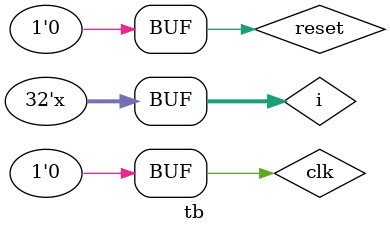
<source format=v>
module tb();

    reg clk, reset;

    top dut (clk, reset);
	
    initial
        begin
            reset <= 1;
            #22;
            reset <= 0;
        end
    integer i = 0;
    always
        begin
            //if(i < 13)begin
              clk <= 1; 
              #5; 
              clk <= 0; 
	      #5;
              i = i + 1;
	    //end else begin
              //$stop;
            //end
        end
    // always@(negedge clk)begin
    //     if(memwrite)begin
    //         if()begin
                
    //         end
    //     end
    //     else if()
    // end
    
    
endmodule
</source>
